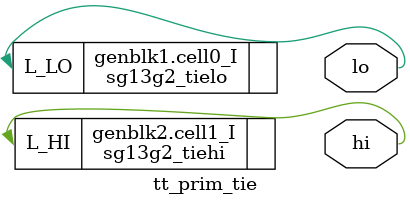
<source format=v>
/*
 * tt_prim_tie.v
 *
 * TT Primitive
 * Tie Lo/Hi
 *
 * Copyright (c) 2024 Sylvain Munaut <tnt@246tNt.com>
 * SPDX-License-Identifier: Apache-2.0
 */

`default_nettype none

module tt_prim_tie #(
	parameter integer TIE_LO = 1,
	parameter integer TIE_HI = 1
)(
	output wire lo,
	output wire hi
);

	generate

		if (TIE_LO)
			sg13g2_tielo cell0_I ( .L_LO(lo) );

		if (TIE_HI)
			sg13g2_tiehi cell1_I ( .L_HI(hi) );

	endgenerate

endmodule // tt_prim_tie

</source>
